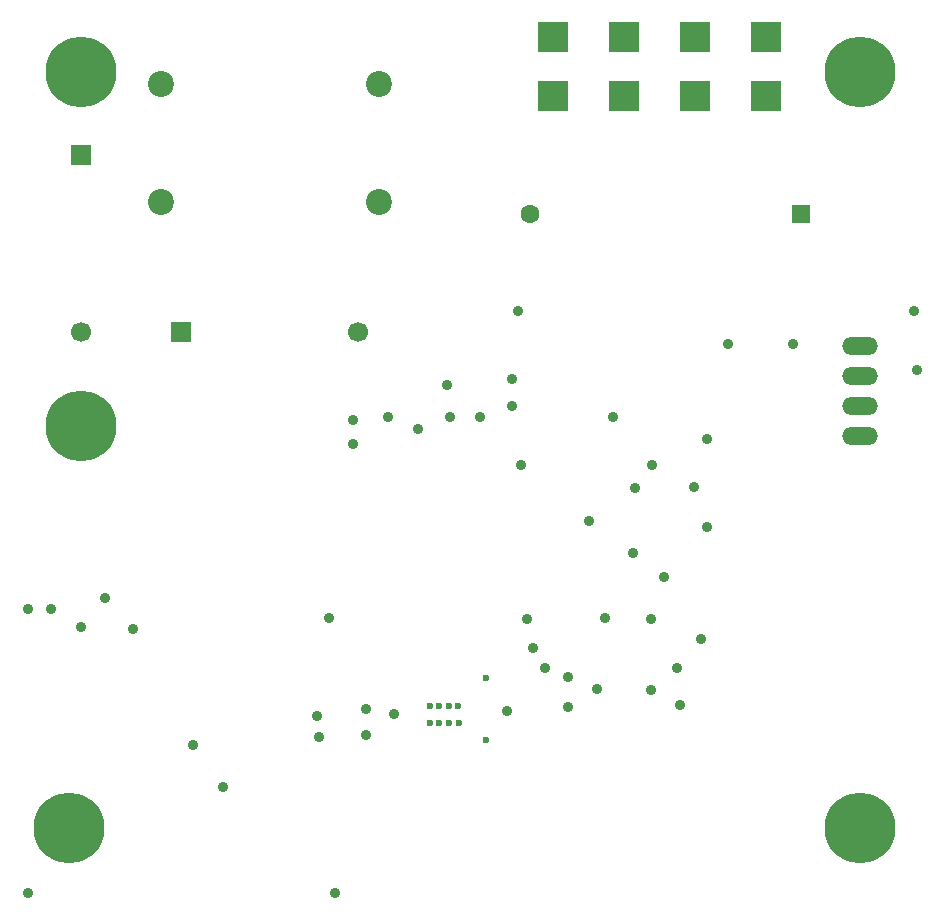
<source format=gbs>
G04 #@! TF.FileFunction,Soldermask,Bot*
%FSLAX46Y46*%
G04 Gerber Fmt 4.6, Leading zero omitted, Abs format (unit mm)*
G04 Created by KiCad (PCBNEW 4.0.2-4+6225~38~ubuntu15.04.1-stable) date Sa 02 Apr 2016 12:31:30 CEST*
%MOMM*%
G01*
G04 APERTURE LIST*
%ADD10C,0.150000*%
%ADD11C,6.000000*%
%ADD12O,3.014980X1.506220*%
%ADD13C,2.199640*%
%ADD14R,1.600000X1.600000*%
%ADD15C,1.600000*%
%ADD16R,1.700000X1.700000*%
%ADD17C,1.700000*%
%ADD18R,2.500000X2.500000*%
%ADD19C,0.600000*%
%ADD20C,0.889000*%
G04 APERTURE END LIST*
D10*
D11*
X6000000Y-6000000D03*
X5000000Y-70000000D03*
X72000000Y-70000000D03*
X72000000Y-6000000D03*
D12*
X72000000Y-36810000D03*
X72000000Y-34270000D03*
X72000000Y-31730000D03*
X72000000Y-29190000D03*
D13*
X31250000Y-7000000D03*
X12750000Y-7000000D03*
X12750000Y-17000000D03*
X31250000Y-17000000D03*
D14*
X67000000Y-18000000D03*
D15*
X44000000Y-18000000D03*
D16*
X14500000Y-28000000D03*
D17*
X29500000Y-28000000D03*
D16*
X6000000Y-13000000D03*
D17*
X6000000Y-28000000D03*
D11*
X6000000Y-36000000D03*
D18*
X64000000Y-3000000D03*
X64000000Y-8000000D03*
X58000000Y-8000000D03*
X58000000Y-3000000D03*
X46000000Y-8000000D03*
X46000000Y-3000000D03*
X52000000Y-3000000D03*
X52000000Y-8000000D03*
D19*
X40266000Y-57342000D03*
X40266000Y-62549000D03*
D20*
X49000000Y-44000000D03*
X52900000Y-41200000D03*
X26200000Y-62300000D03*
X49700000Y-58200000D03*
X54300000Y-58300000D03*
X54300000Y-52300000D03*
X50400000Y-52200000D03*
X42100000Y-60100000D03*
X45300000Y-56500000D03*
X44300000Y-54800000D03*
X43800000Y-52300000D03*
X47200000Y-57200000D03*
X47200000Y-59800000D03*
X32500000Y-60400000D03*
X57900000Y-41100000D03*
X59000000Y-37100000D03*
X26000000Y-60500000D03*
X27000000Y-52200000D03*
X27500000Y-75500000D03*
X1500000Y-75500000D03*
X18000000Y-66500000D03*
X15500000Y-63000000D03*
X10400000Y-53200000D03*
X8000000Y-50500000D03*
X6000000Y-53000000D03*
X3500000Y-51500000D03*
X1500000Y-51500000D03*
X56750000Y-59628000D03*
X56500000Y-56500000D03*
X58500000Y-54000000D03*
X59000000Y-44500000D03*
X52750000Y-46750000D03*
X43250000Y-39250000D03*
X29000000Y-37500000D03*
X29000000Y-35500000D03*
X32000000Y-35250000D03*
X34500000Y-36250000D03*
X37000000Y-32500000D03*
X37250000Y-35250000D03*
X39750000Y-35250000D03*
X42500000Y-34250000D03*
X42500000Y-32000000D03*
X43000000Y-26250000D03*
X76750000Y-31250000D03*
X76500000Y-26250000D03*
X66250000Y-29000000D03*
X60750000Y-29000000D03*
D19*
X38043500Y-61126600D03*
X37141800Y-61126600D03*
X36329000Y-61139300D03*
X35541600Y-61126600D03*
X37967300Y-59653400D03*
X37141800Y-59640700D03*
X36329000Y-59653400D03*
X35541600Y-59653400D03*
D20*
X55379000Y-48769500D03*
X30106000Y-62168000D03*
X30106000Y-59945500D03*
X54363000Y-39244500D03*
X51061000Y-35244000D03*
M02*

</source>
